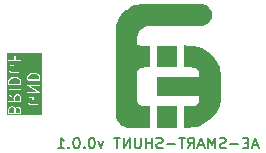
<source format=gbr>
%TF.GenerationSoftware,KiCad,Pcbnew,9.0.1*%
%TF.CreationDate,2025-08-30T09:45:20+10:00*%
%TF.ProjectId,smart_shunt_v0.0.1,736d6172-745f-4736-9875-6e745f76302e,v0.0.2*%
%TF.SameCoordinates,Original*%
%TF.FileFunction,Legend,Bot*%
%TF.FilePolarity,Positive*%
%FSLAX46Y46*%
G04 Gerber Fmt 4.6, Leading zero omitted, Abs format (unit mm)*
G04 Created by KiCad (PCBNEW 9.0.1) date 2025-08-30 09:45:20*
%MOMM*%
%LPD*%
G01*
G04 APERTURE LIST*
%ADD10C,0.100000*%
%ADD11C,0.150000*%
%ADD12C,0.000000*%
%ADD13C,2.000000*%
%ADD14O,17.000000X17.500000*%
%ADD15C,0.750000*%
%ADD16C,0.650000*%
%ADD17C,0.800000*%
%ADD18C,6.400000*%
G04 APERTURE END LIST*
D10*
G36*
X131065345Y-86400971D02*
G01*
X131098880Y-86434507D01*
X131140201Y-86558468D01*
X131140201Y-86833688D01*
X130716391Y-86833688D01*
X130716391Y-86514539D01*
X130755103Y-86437115D01*
X130791248Y-86400971D01*
X130868672Y-86362260D01*
X130987922Y-86362260D01*
X131065345Y-86400971D01*
G37*
G36*
X131541535Y-86448590D02*
G01*
X131577679Y-86484735D01*
X131616391Y-86562158D01*
X131616391Y-86833688D01*
X131240201Y-86833688D01*
X131240201Y-86562158D01*
X131278912Y-86484734D01*
X131315057Y-86448590D01*
X131392481Y-86409879D01*
X131464112Y-86409879D01*
X131541535Y-86448590D01*
G37*
G36*
X131541535Y-85400971D02*
G01*
X131577679Y-85437116D01*
X131616391Y-85514539D01*
X131616391Y-85833688D01*
X131192582Y-85833688D01*
X131192582Y-85514539D01*
X131231293Y-85437115D01*
X131267438Y-85400971D01*
X131344862Y-85362260D01*
X131464112Y-85362260D01*
X131541535Y-85400971D01*
G37*
G36*
X131410845Y-83930865D02*
G01*
X131493917Y-83972401D01*
X131575070Y-84053554D01*
X131616391Y-84177516D01*
X131616391Y-84357498D01*
X130716391Y-84357498D01*
X130716391Y-84177517D01*
X130757712Y-84053554D01*
X130838865Y-83972401D01*
X130921939Y-83930864D01*
X131101118Y-83886070D01*
X131231665Y-83886070D01*
X131410845Y-83930865D01*
G37*
G36*
X133020789Y-83573722D02*
G01*
X133103861Y-83615258D01*
X133185014Y-83696411D01*
X133226335Y-83820373D01*
X133226335Y-84000355D01*
X132326335Y-84000355D01*
X132326335Y-83820374D01*
X132367656Y-83696411D01*
X132448809Y-83615258D01*
X132531883Y-83573721D01*
X132711062Y-83528927D01*
X132841609Y-83528927D01*
X133020789Y-83573722D01*
G37*
G36*
X133437446Y-87044799D02*
G01*
X130505280Y-87044799D01*
X130505280Y-86502736D01*
X130616391Y-86502736D01*
X130616391Y-86883688D01*
X130620197Y-86902822D01*
X130647257Y-86929882D01*
X130666391Y-86933688D01*
X131666391Y-86933688D01*
X131685525Y-86929882D01*
X131712585Y-86902822D01*
X131716391Y-86883688D01*
X131716391Y-86550355D01*
X131715902Y-86547898D01*
X131716265Y-86546810D01*
X131714148Y-86539082D01*
X131712585Y-86531221D01*
X131711773Y-86530409D01*
X131711112Y-86527994D01*
X131663493Y-86432756D01*
X131658581Y-86426427D01*
X131654127Y-86419761D01*
X131606508Y-86372143D01*
X131599846Y-86367691D01*
X131593513Y-86362776D01*
X131498276Y-86315158D01*
X131495860Y-86314496D01*
X131495049Y-86313685D01*
X131487187Y-86312121D01*
X131479460Y-86310005D01*
X131478371Y-86310367D01*
X131475915Y-86309879D01*
X131380677Y-86309879D01*
X131378220Y-86310367D01*
X131377132Y-86310005D01*
X131369404Y-86312121D01*
X131361543Y-86313685D01*
X131360731Y-86314496D01*
X131358316Y-86315158D01*
X131263078Y-86362777D01*
X131256749Y-86367688D01*
X131250083Y-86372143D01*
X131202465Y-86419762D01*
X131200403Y-86422847D01*
X131190016Y-86391687D01*
X131188776Y-86389511D01*
X131188776Y-86388363D01*
X131184321Y-86381696D01*
X131180355Y-86374738D01*
X131179328Y-86374224D01*
X131177937Y-86372142D01*
X131130318Y-86324524D01*
X131123656Y-86320072D01*
X131117323Y-86315157D01*
X131022086Y-86267539D01*
X131019670Y-86266877D01*
X131018859Y-86266066D01*
X131010997Y-86264502D01*
X131003270Y-86262386D01*
X131002181Y-86262748D01*
X130999725Y-86262260D01*
X130856868Y-86262260D01*
X130854411Y-86262748D01*
X130853323Y-86262386D01*
X130845595Y-86264502D01*
X130837734Y-86266066D01*
X130836922Y-86266877D01*
X130834507Y-86267539D01*
X130739269Y-86315158D01*
X130732940Y-86320069D01*
X130726274Y-86324524D01*
X130678656Y-86372143D01*
X130674205Y-86378802D01*
X130669290Y-86385137D01*
X130621670Y-86480375D01*
X130621008Y-86482790D01*
X130620197Y-86483602D01*
X130618633Y-86491463D01*
X130616517Y-86499191D01*
X130616879Y-86500279D01*
X130616391Y-86502736D01*
X130505280Y-86502736D01*
X130505280Y-85301445D01*
X130617575Y-85301445D01*
X130624225Y-85339131D01*
X130637718Y-85353222D01*
X131092582Y-85671626D01*
X131092582Y-85833688D01*
X130666391Y-85833688D01*
X130647257Y-85837494D01*
X130620197Y-85864554D01*
X130620197Y-85902822D01*
X130647257Y-85929882D01*
X130666391Y-85933688D01*
X131666391Y-85933688D01*
X131685525Y-85929882D01*
X131712585Y-85902822D01*
X131716391Y-85883688D01*
X131716391Y-85717022D01*
X132226335Y-85717022D01*
X132226335Y-85812260D01*
X132227898Y-85820121D01*
X132228901Y-85828072D01*
X132276521Y-85970929D01*
X132277761Y-85973104D01*
X132277761Y-85974251D01*
X132282210Y-85980909D01*
X132286182Y-85987877D01*
X132287209Y-85988390D01*
X132288600Y-85990472D01*
X132383838Y-86085710D01*
X132390497Y-86090160D01*
X132396832Y-86095076D01*
X132492070Y-86142695D01*
X132497351Y-86144141D01*
X132502304Y-86146481D01*
X132692780Y-86194100D01*
X132698897Y-86194397D01*
X132704907Y-86195593D01*
X132847764Y-86195593D01*
X132853773Y-86194397D01*
X132859891Y-86194100D01*
X133050367Y-86146481D01*
X133055319Y-86144141D01*
X133060601Y-86142695D01*
X133155838Y-86095077D01*
X133162171Y-86090161D01*
X133168833Y-86085710D01*
X133264071Y-85990472D01*
X133265461Y-85988390D01*
X133266489Y-85987877D01*
X133270459Y-85980911D01*
X133274910Y-85974251D01*
X133274910Y-85973103D01*
X133276150Y-85970928D01*
X133323769Y-85828072D01*
X133324771Y-85820121D01*
X133326335Y-85812260D01*
X133326335Y-85669403D01*
X133325846Y-85666946D01*
X133326209Y-85665858D01*
X133324092Y-85658130D01*
X133322529Y-85650269D01*
X133321717Y-85649457D01*
X133321056Y-85647042D01*
X133273437Y-85551804D01*
X133261476Y-85536392D01*
X133225171Y-85524291D01*
X133190943Y-85541405D01*
X133178842Y-85577710D01*
X133183995Y-85596526D01*
X133226335Y-85681206D01*
X133226335Y-85804147D01*
X133185014Y-85928108D01*
X133103861Y-86009262D01*
X133020789Y-86050798D01*
X132841609Y-86095593D01*
X132711062Y-86095593D01*
X132531883Y-86050798D01*
X132448809Y-86009261D01*
X132367656Y-85928108D01*
X132326335Y-85804145D01*
X132326335Y-85725136D01*
X132367656Y-85601173D01*
X132392285Y-85576546D01*
X132654907Y-85576546D01*
X132654907Y-85717022D01*
X132658713Y-85736156D01*
X132685773Y-85763216D01*
X132724041Y-85763216D01*
X132751101Y-85736156D01*
X132754907Y-85717022D01*
X132754907Y-85526546D01*
X132751101Y-85507412D01*
X132724041Y-85480352D01*
X132704907Y-85476546D01*
X132371574Y-85476546D01*
X132352440Y-85480352D01*
X132352439Y-85480352D01*
X132336218Y-85491191D01*
X132288600Y-85538810D01*
X132287209Y-85540891D01*
X132286182Y-85541405D01*
X132282210Y-85548372D01*
X132277761Y-85555031D01*
X132277761Y-85556177D01*
X132276521Y-85558353D01*
X132228901Y-85701210D01*
X132227898Y-85709160D01*
X132226335Y-85717022D01*
X131716391Y-85717022D01*
X131716391Y-85502736D01*
X131715902Y-85500279D01*
X131716265Y-85499191D01*
X131714148Y-85491463D01*
X131712585Y-85483602D01*
X131711773Y-85482790D01*
X131711112Y-85480375D01*
X131663493Y-85385137D01*
X131658581Y-85378808D01*
X131654127Y-85372142D01*
X131606508Y-85324524D01*
X131599846Y-85320072D01*
X131593513Y-85315157D01*
X131498276Y-85267539D01*
X131495860Y-85266877D01*
X131495049Y-85266066D01*
X131487187Y-85264502D01*
X131479460Y-85262386D01*
X131478371Y-85262748D01*
X131475915Y-85262260D01*
X131333058Y-85262260D01*
X131330601Y-85262748D01*
X131329513Y-85262386D01*
X131321785Y-85264502D01*
X131313924Y-85266066D01*
X131313112Y-85266877D01*
X131310697Y-85267539D01*
X131215459Y-85315158D01*
X131209130Y-85320069D01*
X131202464Y-85324524D01*
X131154846Y-85372143D01*
X131150394Y-85378804D01*
X131145479Y-85385138D01*
X131097861Y-85480375D01*
X131097199Y-85482790D01*
X131096388Y-85483602D01*
X131094824Y-85491463D01*
X131092708Y-85499191D01*
X131093070Y-85500279D01*
X131092582Y-85502736D01*
X131092582Y-85549560D01*
X130695064Y-85271298D01*
X130677206Y-85263444D01*
X130639520Y-85270094D01*
X130617575Y-85301445D01*
X130505280Y-85301445D01*
X130505280Y-84864554D01*
X130620197Y-84864554D01*
X130620197Y-84902822D01*
X130647257Y-84929882D01*
X130666391Y-84933688D01*
X131666391Y-84933688D01*
X131685525Y-84929882D01*
X131712585Y-84902822D01*
X131712585Y-84864554D01*
X131685525Y-84837494D01*
X131666391Y-84833688D01*
X130666391Y-84833688D01*
X130647257Y-84837494D01*
X130620197Y-84864554D01*
X130505280Y-84864554D01*
X130505280Y-84520240D01*
X132226734Y-84520240D01*
X132230141Y-84532732D01*
X132230141Y-84545680D01*
X132234995Y-84550534D01*
X132236803Y-84557161D01*
X132251528Y-84569958D01*
X133088057Y-85047974D01*
X132276335Y-85047974D01*
X132257201Y-85051780D01*
X132230141Y-85078840D01*
X132230141Y-85117108D01*
X132257201Y-85144168D01*
X132276335Y-85147974D01*
X133276335Y-85147974D01*
X133295469Y-85144168D01*
X133300323Y-85139313D01*
X133306950Y-85137506D01*
X133313375Y-85126261D01*
X133322529Y-85117108D01*
X133322529Y-85110242D01*
X133325936Y-85104280D01*
X133322529Y-85091787D01*
X133322529Y-85078840D01*
X133317673Y-85073984D01*
X133315867Y-85067360D01*
X133301142Y-85054562D01*
X132464613Y-84576546D01*
X133276335Y-84576546D01*
X133295469Y-84572740D01*
X133322529Y-84545680D01*
X133322529Y-84507412D01*
X133295469Y-84480352D01*
X133276335Y-84476546D01*
X132276335Y-84476546D01*
X132257201Y-84480352D01*
X132252346Y-84485206D01*
X132245720Y-84487014D01*
X132239294Y-84498258D01*
X132230141Y-84507412D01*
X132230141Y-84514277D01*
X132226734Y-84520240D01*
X130505280Y-84520240D01*
X130505280Y-84169403D01*
X130616391Y-84169403D01*
X130616391Y-84407498D01*
X130620197Y-84426632D01*
X130647257Y-84453692D01*
X130666391Y-84457498D01*
X131666391Y-84457498D01*
X131685525Y-84453692D01*
X131712585Y-84426632D01*
X131716391Y-84407498D01*
X131716391Y-84169403D01*
X131714827Y-84161541D01*
X131713825Y-84153591D01*
X131666206Y-84010735D01*
X131664966Y-84008559D01*
X131664966Y-84007412D01*
X131660515Y-84000751D01*
X131656545Y-83993786D01*
X131655517Y-83993272D01*
X131654127Y-83991191D01*
X131558889Y-83895953D01*
X131552227Y-83891501D01*
X131545894Y-83886586D01*
X131450657Y-83838968D01*
X131445375Y-83837521D01*
X131440423Y-83835182D01*
X131348735Y-83812260D01*
X132226335Y-83812260D01*
X132226335Y-84050355D01*
X132230141Y-84069489D01*
X132257201Y-84096549D01*
X132276335Y-84100355D01*
X133276335Y-84100355D01*
X133295469Y-84096549D01*
X133322529Y-84069489D01*
X133326335Y-84050355D01*
X133326335Y-83812260D01*
X133324771Y-83804398D01*
X133323769Y-83796448D01*
X133276150Y-83653592D01*
X133274910Y-83651416D01*
X133274910Y-83650269D01*
X133270459Y-83643608D01*
X133266489Y-83636643D01*
X133265461Y-83636129D01*
X133264071Y-83634048D01*
X133168833Y-83538810D01*
X133162171Y-83534358D01*
X133155838Y-83529443D01*
X133060601Y-83481825D01*
X133055319Y-83480378D01*
X133050367Y-83478039D01*
X132859891Y-83430420D01*
X132853773Y-83430122D01*
X132847764Y-83428927D01*
X132704907Y-83428927D01*
X132698897Y-83430122D01*
X132692780Y-83430420D01*
X132502304Y-83478039D01*
X132497351Y-83480378D01*
X132492070Y-83481825D01*
X132396832Y-83529444D01*
X132390497Y-83534359D01*
X132383838Y-83538810D01*
X132288600Y-83634048D01*
X132287209Y-83636129D01*
X132286182Y-83636643D01*
X132282210Y-83643610D01*
X132277761Y-83650269D01*
X132277761Y-83651415D01*
X132276521Y-83653591D01*
X132228901Y-83796448D01*
X132227898Y-83804398D01*
X132226335Y-83812260D01*
X131348735Y-83812260D01*
X131249947Y-83787563D01*
X131243829Y-83787265D01*
X131237820Y-83786070D01*
X131094963Y-83786070D01*
X131088953Y-83787265D01*
X131082836Y-83787563D01*
X130892360Y-83835182D01*
X130887407Y-83837521D01*
X130882126Y-83838968D01*
X130786888Y-83886587D01*
X130780553Y-83891502D01*
X130773894Y-83895953D01*
X130678656Y-83991191D01*
X130677265Y-83993272D01*
X130676238Y-83993786D01*
X130672266Y-84000753D01*
X130667817Y-84007412D01*
X130667817Y-84008558D01*
X130666577Y-84010734D01*
X130618957Y-84153591D01*
X130617954Y-84161541D01*
X130616391Y-84169403D01*
X130505280Y-84169403D01*
X130505280Y-83026546D01*
X130616391Y-83026546D01*
X130616391Y-83121784D01*
X130617954Y-83129645D01*
X130618957Y-83137596D01*
X130666577Y-83280453D01*
X130667817Y-83282628D01*
X130667817Y-83283775D01*
X130672266Y-83290433D01*
X130676238Y-83297401D01*
X130677265Y-83297914D01*
X130678656Y-83299996D01*
X130773894Y-83395234D01*
X130780553Y-83399684D01*
X130786888Y-83404600D01*
X130882126Y-83452219D01*
X130887407Y-83453665D01*
X130892360Y-83456005D01*
X131082836Y-83503624D01*
X131088953Y-83503921D01*
X131094963Y-83505117D01*
X131237820Y-83505117D01*
X131243829Y-83503921D01*
X131249947Y-83503624D01*
X131440423Y-83456005D01*
X131445375Y-83453665D01*
X131450657Y-83452219D01*
X131545894Y-83404601D01*
X131552227Y-83399685D01*
X131558889Y-83395234D01*
X131654127Y-83299996D01*
X131655517Y-83297914D01*
X131656545Y-83297401D01*
X131660515Y-83290435D01*
X131664966Y-83283775D01*
X131664966Y-83282627D01*
X131666206Y-83280452D01*
X131713825Y-83137596D01*
X131714827Y-83129645D01*
X131716391Y-83121784D01*
X131716391Y-82978927D01*
X131715902Y-82976470D01*
X131716265Y-82975382D01*
X131714148Y-82967654D01*
X131712585Y-82959793D01*
X131711773Y-82958981D01*
X131711112Y-82956566D01*
X131663493Y-82861328D01*
X131651532Y-82845916D01*
X131615227Y-82833815D01*
X131580999Y-82850929D01*
X131568898Y-82887234D01*
X131574051Y-82906050D01*
X131616391Y-82990730D01*
X131616391Y-83113671D01*
X131575070Y-83237632D01*
X131493917Y-83318786D01*
X131410845Y-83360322D01*
X131231665Y-83405117D01*
X131101118Y-83405117D01*
X130921939Y-83360322D01*
X130838865Y-83318785D01*
X130757712Y-83237632D01*
X130716391Y-83113669D01*
X130716391Y-83034660D01*
X130757712Y-82910697D01*
X130782341Y-82886070D01*
X131044963Y-82886070D01*
X131044963Y-83026546D01*
X131048769Y-83045680D01*
X131075829Y-83072740D01*
X131114097Y-83072740D01*
X131141157Y-83045680D01*
X131144963Y-83026546D01*
X131144963Y-82836070D01*
X131141157Y-82816936D01*
X131114097Y-82789876D01*
X131094963Y-82786070D01*
X130761630Y-82786070D01*
X130742496Y-82789876D01*
X130742495Y-82789876D01*
X130726274Y-82800715D01*
X130678656Y-82848334D01*
X130677265Y-82850415D01*
X130676238Y-82850929D01*
X130672266Y-82857896D01*
X130667817Y-82864555D01*
X130667817Y-82865701D01*
X130666577Y-82867877D01*
X130618957Y-83010734D01*
X130617954Y-83018684D01*
X130616391Y-83026546D01*
X130505280Y-83026546D01*
X130505280Y-81931308D01*
X130616391Y-81931308D01*
X130616391Y-82407498D01*
X130620197Y-82426632D01*
X130647257Y-82453692D01*
X130666391Y-82457498D01*
X131666391Y-82457498D01*
X131685525Y-82453692D01*
X131712585Y-82426632D01*
X131716391Y-82407498D01*
X131716391Y-81931308D01*
X131712585Y-81912174D01*
X131685525Y-81885114D01*
X131647257Y-81885114D01*
X131620197Y-81912174D01*
X131616391Y-81931308D01*
X131616391Y-82357498D01*
X131240201Y-82357498D01*
X131240201Y-82074165D01*
X131236395Y-82055031D01*
X131209335Y-82027971D01*
X131171067Y-82027971D01*
X131144007Y-82055031D01*
X131140201Y-82074165D01*
X131140201Y-82357498D01*
X130716391Y-82357498D01*
X130716391Y-81931308D01*
X130712585Y-81912174D01*
X130685525Y-81885114D01*
X130647257Y-81885114D01*
X130620197Y-81912174D01*
X130616391Y-81931308D01*
X130505280Y-81931308D01*
X130505280Y-81774003D01*
X133437446Y-81774003D01*
X133437446Y-87044799D01*
G37*
D11*
X151738698Y-89596223D02*
X151310127Y-89596223D01*
X151824412Y-89853366D02*
X151524412Y-88953366D01*
X151524412Y-88953366D02*
X151224412Y-89853366D01*
X150924412Y-89381937D02*
X150624412Y-89381937D01*
X150495840Y-89853366D02*
X150924412Y-89853366D01*
X150924412Y-89853366D02*
X150924412Y-88953366D01*
X150924412Y-88953366D02*
X150495840Y-88953366D01*
X150110126Y-89510509D02*
X149424412Y-89510509D01*
X149038697Y-89810509D02*
X148910126Y-89853366D01*
X148910126Y-89853366D02*
X148695840Y-89853366D01*
X148695840Y-89853366D02*
X148610126Y-89810509D01*
X148610126Y-89810509D02*
X148567268Y-89767651D01*
X148567268Y-89767651D02*
X148524411Y-89681937D01*
X148524411Y-89681937D02*
X148524411Y-89596223D01*
X148524411Y-89596223D02*
X148567268Y-89510509D01*
X148567268Y-89510509D02*
X148610126Y-89467651D01*
X148610126Y-89467651D02*
X148695840Y-89424794D01*
X148695840Y-89424794D02*
X148867268Y-89381937D01*
X148867268Y-89381937D02*
X148952983Y-89339080D01*
X148952983Y-89339080D02*
X148995840Y-89296223D01*
X148995840Y-89296223D02*
X149038697Y-89210509D01*
X149038697Y-89210509D02*
X149038697Y-89124794D01*
X149038697Y-89124794D02*
X148995840Y-89039080D01*
X148995840Y-89039080D02*
X148952983Y-88996223D01*
X148952983Y-88996223D02*
X148867268Y-88953366D01*
X148867268Y-88953366D02*
X148652983Y-88953366D01*
X148652983Y-88953366D02*
X148524411Y-88996223D01*
X148138697Y-89853366D02*
X148138697Y-88953366D01*
X148138697Y-88953366D02*
X147838697Y-89596223D01*
X147838697Y-89596223D02*
X147538697Y-88953366D01*
X147538697Y-88953366D02*
X147538697Y-89853366D01*
X147152983Y-89596223D02*
X146724412Y-89596223D01*
X147238697Y-89853366D02*
X146938697Y-88953366D01*
X146938697Y-88953366D02*
X146638697Y-89853366D01*
X145824411Y-89853366D02*
X146124411Y-89424794D01*
X146338697Y-89853366D02*
X146338697Y-88953366D01*
X146338697Y-88953366D02*
X145995840Y-88953366D01*
X145995840Y-88953366D02*
X145910125Y-88996223D01*
X145910125Y-88996223D02*
X145867268Y-89039080D01*
X145867268Y-89039080D02*
X145824411Y-89124794D01*
X145824411Y-89124794D02*
X145824411Y-89253366D01*
X145824411Y-89253366D02*
X145867268Y-89339080D01*
X145867268Y-89339080D02*
X145910125Y-89381937D01*
X145910125Y-89381937D02*
X145995840Y-89424794D01*
X145995840Y-89424794D02*
X146338697Y-89424794D01*
X145567268Y-88953366D02*
X145052983Y-88953366D01*
X145310125Y-89853366D02*
X145310125Y-88953366D01*
X144752983Y-89510509D02*
X144067269Y-89510509D01*
X143681554Y-89810509D02*
X143552983Y-89853366D01*
X143552983Y-89853366D02*
X143338697Y-89853366D01*
X143338697Y-89853366D02*
X143252983Y-89810509D01*
X143252983Y-89810509D02*
X143210125Y-89767651D01*
X143210125Y-89767651D02*
X143167268Y-89681937D01*
X143167268Y-89681937D02*
X143167268Y-89596223D01*
X143167268Y-89596223D02*
X143210125Y-89510509D01*
X143210125Y-89510509D02*
X143252983Y-89467651D01*
X143252983Y-89467651D02*
X143338697Y-89424794D01*
X143338697Y-89424794D02*
X143510125Y-89381937D01*
X143510125Y-89381937D02*
X143595840Y-89339080D01*
X143595840Y-89339080D02*
X143638697Y-89296223D01*
X143638697Y-89296223D02*
X143681554Y-89210509D01*
X143681554Y-89210509D02*
X143681554Y-89124794D01*
X143681554Y-89124794D02*
X143638697Y-89039080D01*
X143638697Y-89039080D02*
X143595840Y-88996223D01*
X143595840Y-88996223D02*
X143510125Y-88953366D01*
X143510125Y-88953366D02*
X143295840Y-88953366D01*
X143295840Y-88953366D02*
X143167268Y-88996223D01*
X142781554Y-89853366D02*
X142781554Y-88953366D01*
X142781554Y-89381937D02*
X142267268Y-89381937D01*
X142267268Y-89853366D02*
X142267268Y-88953366D01*
X141838697Y-88953366D02*
X141838697Y-89681937D01*
X141838697Y-89681937D02*
X141795840Y-89767651D01*
X141795840Y-89767651D02*
X141752983Y-89810509D01*
X141752983Y-89810509D02*
X141667268Y-89853366D01*
X141667268Y-89853366D02*
X141495840Y-89853366D01*
X141495840Y-89853366D02*
X141410125Y-89810509D01*
X141410125Y-89810509D02*
X141367268Y-89767651D01*
X141367268Y-89767651D02*
X141324411Y-89681937D01*
X141324411Y-89681937D02*
X141324411Y-88953366D01*
X140895840Y-89853366D02*
X140895840Y-88953366D01*
X140895840Y-88953366D02*
X140381554Y-89853366D01*
X140381554Y-89853366D02*
X140381554Y-88953366D01*
X140081554Y-88953366D02*
X139567269Y-88953366D01*
X139824411Y-89853366D02*
X139824411Y-88953366D01*
X138667269Y-89253366D02*
X138452983Y-89853366D01*
X138452983Y-89853366D02*
X138238698Y-89253366D01*
X137724412Y-88953366D02*
X137638698Y-88953366D01*
X137638698Y-88953366D02*
X137552984Y-88996223D01*
X137552984Y-88996223D02*
X137510127Y-89039080D01*
X137510127Y-89039080D02*
X137467269Y-89124794D01*
X137467269Y-89124794D02*
X137424412Y-89296223D01*
X137424412Y-89296223D02*
X137424412Y-89510509D01*
X137424412Y-89510509D02*
X137467269Y-89681937D01*
X137467269Y-89681937D02*
X137510127Y-89767651D01*
X137510127Y-89767651D02*
X137552984Y-89810509D01*
X137552984Y-89810509D02*
X137638698Y-89853366D01*
X137638698Y-89853366D02*
X137724412Y-89853366D01*
X137724412Y-89853366D02*
X137810127Y-89810509D01*
X137810127Y-89810509D02*
X137852984Y-89767651D01*
X137852984Y-89767651D02*
X137895841Y-89681937D01*
X137895841Y-89681937D02*
X137938698Y-89510509D01*
X137938698Y-89510509D02*
X137938698Y-89296223D01*
X137938698Y-89296223D02*
X137895841Y-89124794D01*
X137895841Y-89124794D02*
X137852984Y-89039080D01*
X137852984Y-89039080D02*
X137810127Y-88996223D01*
X137810127Y-88996223D02*
X137724412Y-88953366D01*
X137038698Y-89767651D02*
X136995841Y-89810509D01*
X136995841Y-89810509D02*
X137038698Y-89853366D01*
X137038698Y-89853366D02*
X137081555Y-89810509D01*
X137081555Y-89810509D02*
X137038698Y-89767651D01*
X137038698Y-89767651D02*
X137038698Y-89853366D01*
X136438698Y-88953366D02*
X136352984Y-88953366D01*
X136352984Y-88953366D02*
X136267270Y-88996223D01*
X136267270Y-88996223D02*
X136224413Y-89039080D01*
X136224413Y-89039080D02*
X136181555Y-89124794D01*
X136181555Y-89124794D02*
X136138698Y-89296223D01*
X136138698Y-89296223D02*
X136138698Y-89510509D01*
X136138698Y-89510509D02*
X136181555Y-89681937D01*
X136181555Y-89681937D02*
X136224413Y-89767651D01*
X136224413Y-89767651D02*
X136267270Y-89810509D01*
X136267270Y-89810509D02*
X136352984Y-89853366D01*
X136352984Y-89853366D02*
X136438698Y-89853366D01*
X136438698Y-89853366D02*
X136524413Y-89810509D01*
X136524413Y-89810509D02*
X136567270Y-89767651D01*
X136567270Y-89767651D02*
X136610127Y-89681937D01*
X136610127Y-89681937D02*
X136652984Y-89510509D01*
X136652984Y-89510509D02*
X136652984Y-89296223D01*
X136652984Y-89296223D02*
X136610127Y-89124794D01*
X136610127Y-89124794D02*
X136567270Y-89039080D01*
X136567270Y-89039080D02*
X136524413Y-88996223D01*
X136524413Y-88996223D02*
X136438698Y-88953366D01*
X135752984Y-89767651D02*
X135710127Y-89810509D01*
X135710127Y-89810509D02*
X135752984Y-89853366D01*
X135752984Y-89853366D02*
X135795841Y-89810509D01*
X135795841Y-89810509D02*
X135752984Y-89767651D01*
X135752984Y-89767651D02*
X135752984Y-89853366D01*
X134852984Y-89853366D02*
X135367270Y-89853366D01*
X135110127Y-89853366D02*
X135110127Y-88953366D01*
X135110127Y-88953366D02*
X135195841Y-89081937D01*
X135195841Y-89081937D02*
X135281556Y-89167651D01*
X135281556Y-89167651D02*
X135367270Y-89210509D01*
D12*
%TO.C,G\u002A\u002A\u002A*%
G36*
X144910448Y-81233886D02*
G01*
X144913227Y-81259080D01*
X144916741Y-81338175D01*
X144916648Y-81437487D01*
X144912829Y-81541396D01*
X144909639Y-81618961D01*
X144906667Y-81732166D01*
X144904071Y-81872321D01*
X144901979Y-82031298D01*
X144900518Y-82200972D01*
X144899815Y-82373217D01*
X144898793Y-82993377D01*
X144063266Y-82987733D01*
X143227740Y-82982089D01*
X143227740Y-81149322D01*
X144061907Y-81143679D01*
X144896075Y-81138037D01*
X144910448Y-81233886D01*
G37*
G36*
X144909574Y-86259509D02*
G01*
X144910896Y-87154330D01*
X144910768Y-87363914D01*
X144909669Y-87563330D01*
X144907636Y-87734470D01*
X144904732Y-87874366D01*
X144901021Y-87980048D01*
X144896564Y-88048549D01*
X144891425Y-88076900D01*
X144890524Y-88077928D01*
X144874529Y-88085060D01*
X144840111Y-88090706D01*
X144783743Y-88094958D01*
X144701897Y-88097906D01*
X144591046Y-88099640D01*
X144447661Y-88100251D01*
X144268217Y-88099828D01*
X144049185Y-88098461D01*
X143227740Y-88092276D01*
X143222117Y-87170251D01*
X143216496Y-86248228D01*
X144909574Y-86259509D01*
G37*
G36*
X145810869Y-81145609D02*
G01*
X145956028Y-81154636D01*
X146325055Y-81198715D01*
X146665157Y-81272622D01*
X146979046Y-81377564D01*
X147269439Y-81514752D01*
X147539050Y-81685392D01*
X147790595Y-81890694D01*
X148026789Y-82131865D01*
X148159139Y-82291332D01*
X148302577Y-82498625D01*
X148416417Y-82713406D01*
X148506429Y-82946959D01*
X148578381Y-83210565D01*
X148639794Y-83478015D01*
X148639794Y-84556113D01*
X148639765Y-84727108D01*
X148639542Y-84945141D01*
X148638958Y-85127442D01*
X148637849Y-85278407D01*
X148636055Y-85402437D01*
X148633412Y-85503928D01*
X148629757Y-85587280D01*
X148624927Y-85656892D01*
X148618761Y-85717161D01*
X148611096Y-85772486D01*
X148601766Y-85827266D01*
X148590612Y-85885899D01*
X148572752Y-85975356D01*
X148541651Y-86117677D01*
X148511017Y-86234862D01*
X148477320Y-86338411D01*
X148437033Y-86439822D01*
X148386626Y-86550595D01*
X148344403Y-86635592D01*
X148257781Y-86786223D01*
X148157619Y-86928654D01*
X148036267Y-87073278D01*
X147886073Y-87230486D01*
X147651699Y-87446599D01*
X147399605Y-87637962D01*
X147139365Y-87791966D01*
X146865742Y-87910864D01*
X146573499Y-87996908D01*
X146257399Y-88052349D01*
X145912205Y-88079442D01*
X145827303Y-88082435D01*
X145717282Y-88085600D01*
X145627746Y-88087324D01*
X145566228Y-88087475D01*
X145540261Y-88085922D01*
X145538304Y-88078365D01*
X145535004Y-88033719D01*
X145531996Y-87952947D01*
X145529359Y-87840523D01*
X145527172Y-87700924D01*
X145525511Y-87538626D01*
X145524458Y-87358106D01*
X145524090Y-87163840D01*
X145524090Y-86248727D01*
X145898481Y-86248728D01*
X145988272Y-86248147D01*
X146117233Y-86245372D01*
X146233034Y-86240702D01*
X146325690Y-86234573D01*
X146385213Y-86227423D01*
X146387150Y-86227052D01*
X146523160Y-86179810D01*
X146636958Y-86096313D01*
X146724930Y-85979202D01*
X146747809Y-85935674D01*
X146767526Y-85885992D01*
X146778744Y-85831230D01*
X146783823Y-85758715D01*
X146785122Y-85655774D01*
X146785465Y-85440154D01*
X145006603Y-85429373D01*
X143227740Y-85418592D01*
X143227740Y-83823006D01*
X145014434Y-83817491D01*
X146801128Y-83811975D01*
X146792128Y-83591090D01*
X146788713Y-83529104D01*
X146771522Y-83393216D01*
X146739463Y-83285930D01*
X146688945Y-83197588D01*
X146616378Y-83118537D01*
X146574035Y-83084099D01*
X146517498Y-83051502D01*
X146448885Y-83027372D01*
X146362006Y-83010577D01*
X146250669Y-82999985D01*
X146108681Y-82994460D01*
X145929854Y-82992871D01*
X145524090Y-82992870D01*
X145524090Y-81131855D01*
X145810869Y-81145609D01*
G37*
G36*
X145996613Y-77604640D02*
G01*
X146213994Y-77605254D01*
X146402762Y-77606448D01*
X146565308Y-77608288D01*
X146704027Y-77610842D01*
X146821311Y-77614176D01*
X146919553Y-77618359D01*
X147001144Y-77623456D01*
X147068479Y-77629535D01*
X147123948Y-77636664D01*
X147169946Y-77644908D01*
X147208865Y-77654336D01*
X147243097Y-77665015D01*
X147275035Y-77677011D01*
X147307073Y-77690392D01*
X147356755Y-77713473D01*
X147515873Y-77814924D01*
X147649057Y-77943726D01*
X147753555Y-78094060D01*
X147826612Y-78260108D01*
X147865473Y-78436053D01*
X147867388Y-78616075D01*
X147829599Y-78794357D01*
X147780074Y-78921705D01*
X147684591Y-79089296D01*
X147562598Y-79225280D01*
X147410273Y-79333593D01*
X147223792Y-79418173D01*
X147087333Y-79467488D01*
X142343699Y-79489050D01*
X142223957Y-79537528D01*
X142111916Y-79591350D01*
X141941789Y-79709020D01*
X141793765Y-79857647D01*
X141673794Y-80030827D01*
X141587827Y-80222157D01*
X141578192Y-80251087D01*
X141559054Y-80314321D01*
X141545568Y-80373758D01*
X141536674Y-80438780D01*
X141531312Y-80518773D01*
X141528424Y-80623121D01*
X141526948Y-80761206D01*
X141524344Y-81127760D01*
X142063394Y-81138541D01*
X142602443Y-81149322D01*
X142602443Y-82982089D01*
X142234192Y-82992870D01*
X142224369Y-82993158D01*
X142092540Y-82997272D01*
X141995532Y-83001541D01*
X141925557Y-83007217D01*
X141874827Y-83015551D01*
X141835556Y-83027793D01*
X141799955Y-83045195D01*
X141760236Y-83069008D01*
X141683277Y-83125237D01*
X141590478Y-83232594D01*
X141534398Y-83362125D01*
X141531432Y-83379985D01*
X141526686Y-83445514D01*
X141522872Y-83552431D01*
X141520004Y-83699622D01*
X141518097Y-83885967D01*
X141517163Y-84110349D01*
X141517217Y-84371652D01*
X141518273Y-84668757D01*
X141518384Y-84691346D01*
X141519662Y-84957076D01*
X141520934Y-85183457D01*
X141522576Y-85373987D01*
X141524965Y-85532165D01*
X141528477Y-85661488D01*
X141533488Y-85765455D01*
X141540375Y-85847565D01*
X141549514Y-85911317D01*
X141561282Y-85960207D01*
X141576055Y-85997736D01*
X141594211Y-86027401D01*
X141616123Y-86052700D01*
X141642171Y-86077134D01*
X141672728Y-86104199D01*
X141714381Y-86139644D01*
X141766594Y-86175608D01*
X141823527Y-86201686D01*
X141892861Y-86219737D01*
X141982274Y-86231618D01*
X142099448Y-86239185D01*
X142252061Y-86244297D01*
X142613224Y-86253704D01*
X142613224Y-88078631D01*
X142553928Y-88088506D01*
X142542932Y-88089509D01*
X142490305Y-88091393D01*
X142401711Y-88092946D01*
X142282001Y-88094135D01*
X142136027Y-88094930D01*
X141968638Y-88095300D01*
X141784690Y-88095215D01*
X141589030Y-88094643D01*
X140683428Y-88090903D01*
X140515923Y-88032312D01*
X140387622Y-87982758D01*
X140278826Y-87927251D01*
X140177977Y-87857510D01*
X140068181Y-87763387D01*
X140039684Y-87736090D01*
X139919231Y-87591716D01*
X139817438Y-87421926D01*
X139742923Y-87240578D01*
X139740710Y-87233584D01*
X139735222Y-87215317D01*
X139730232Y-87195768D01*
X139725720Y-87172945D01*
X139721663Y-87144856D01*
X139718039Y-87109508D01*
X139714827Y-87064908D01*
X139712005Y-87009064D01*
X139709551Y-86939984D01*
X139707443Y-86855675D01*
X139705660Y-86754144D01*
X139704179Y-86633400D01*
X139702979Y-86491449D01*
X139702038Y-86326299D01*
X139701335Y-86135957D01*
X139700847Y-85918432D01*
X139700552Y-85671730D01*
X139700430Y-85393859D01*
X139700457Y-85082826D01*
X139700613Y-84736641D01*
X139700875Y-84353308D01*
X139701221Y-83930837D01*
X139701631Y-83467234D01*
X139701765Y-83330527D01*
X139702347Y-82897234D01*
X139703143Y-82482993D01*
X139704143Y-82089660D01*
X139705336Y-81719084D01*
X139706708Y-81373118D01*
X139708250Y-81053612D01*
X139709948Y-80762419D01*
X139711793Y-80501389D01*
X139713772Y-80272374D01*
X139715873Y-80077226D01*
X139718086Y-79917795D01*
X139720398Y-79795934D01*
X139722799Y-79713494D01*
X139725276Y-79672327D01*
X139732246Y-79617679D01*
X139747152Y-79508997D01*
X139761274Y-79424712D01*
X139777339Y-79351718D01*
X139798073Y-79276910D01*
X139826202Y-79187183D01*
X139888253Y-79023694D01*
X140015001Y-78780402D01*
X140178352Y-78545260D01*
X140374391Y-78323665D01*
X140599203Y-78121016D01*
X140640669Y-78088285D01*
X140847667Y-77944605D01*
X141061878Y-77830725D01*
X141294488Y-77741393D01*
X141556687Y-77671353D01*
X141804650Y-77616461D01*
X144369682Y-77607998D01*
X144396775Y-77607908D01*
X144793110Y-77606632D01*
X145148868Y-77605601D01*
X145466443Y-77604880D01*
X145748228Y-77604537D01*
X145996613Y-77604640D01*
G37*
%TD*%
%LPC*%
D13*
%TO.C,J2*%
X126358811Y-81671308D03*
X124608811Y-86171308D03*
X124608811Y-76921308D03*
X119858811Y-88471308D03*
D14*
X119858811Y-81671308D03*
D13*
X119858811Y-74921308D03*
X115358811Y-76921308D03*
X114858812Y-86171308D03*
X113358811Y-81671308D03*
%TD*%
%TO.C,J1*%
X160858810Y-81671308D03*
X162358811Y-86171308D03*
X162858810Y-76921308D03*
X167358810Y-74921308D03*
X167358810Y-88471308D03*
X172108810Y-76921308D03*
X172108810Y-86171308D03*
X173858810Y-81671308D03*
D14*
X167358810Y-81671308D03*
%TD*%
D15*
%TO.C,SW2*%
X167308810Y-69771307D03*
X167308810Y-67946307D03*
%TD*%
%TO.C,SW1*%
X119908811Y-69771309D03*
X119908811Y-67946309D03*
%TD*%
D16*
%TO.C,J4*%
X146548811Y-95386308D03*
X140768811Y-95386308D03*
%TD*%
D17*
%TO.C,J5*%
X156908811Y-96021309D03*
X156205867Y-97718365D03*
X156205867Y-94324253D03*
X154508811Y-98421309D03*
D18*
X154508811Y-96021309D03*
D17*
X154508811Y-93621309D03*
X152811755Y-97718365D03*
X152811755Y-94324253D03*
X152108811Y-96021309D03*
%TD*%
%TO.C,J3*%
X135108810Y-95971308D03*
X134405866Y-97668364D03*
X134405866Y-94274252D03*
X132708810Y-98371308D03*
D18*
X132708810Y-95971308D03*
D17*
X132708810Y-93571308D03*
X131011754Y-97668364D03*
X131011754Y-94274252D03*
X130308810Y-95971308D03*
%TD*%
%LPD*%
M02*

</source>
